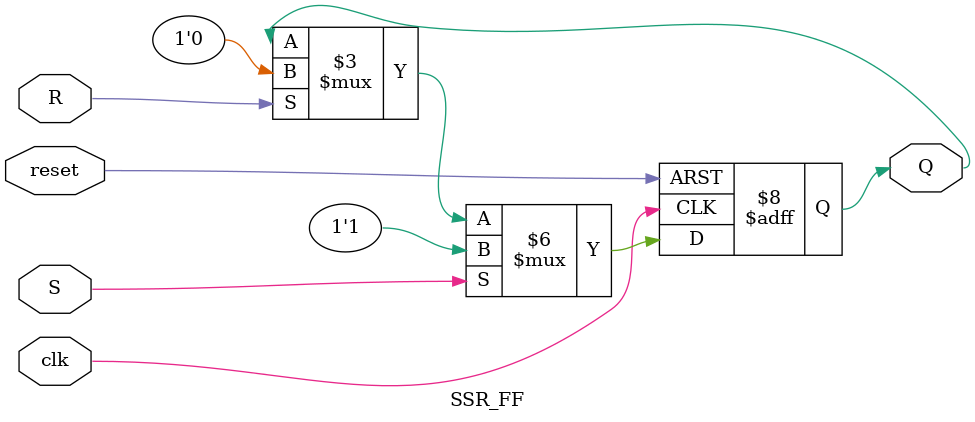
<source format=v>
`timescale 1ns / 1ps

module SSR_FF(
    input clk,      // 100MHz clock
    input reset,    // Asynchronous reset with synchronous de-assertion    
    input S,        // SET input for the SR flop
    input R,        // RESET input for the SR flop
    output reg Q    // Output for SR flip flop
    );

// Sequential logic
always@(posedge clk, posedge reset)
    if (reset)      // If reset
        Q <= 1'b1;  // Q <= 1
    else if (S)     // else if S
        Q <= 1'b1;  // Q <= 1
    else if (R)     // else if R
        Q <= 1'b0;  // R <= 0
    else            // else
        Q <= Q;     // Q <= Q
endmodule

</source>
